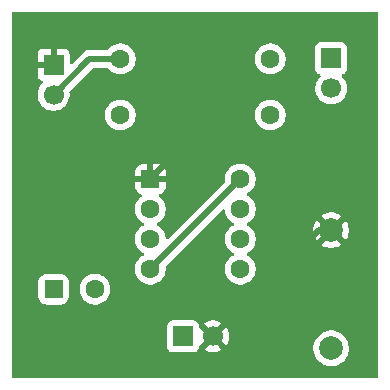
<source format=gbr>
%TF.GenerationSoftware,KiCad,Pcbnew,9.0.7*%
%TF.CreationDate,2026-01-10T14:03:11+05:30*%
%TF.ProjectId,first,66697273-742e-46b6-9963-61645f706362,rev?*%
%TF.SameCoordinates,Original*%
%TF.FileFunction,Copper,L2,Bot*%
%TF.FilePolarity,Positive*%
%FSLAX46Y46*%
G04 Gerber Fmt 4.6, Leading zero omitted, Abs format (unit mm)*
G04 Created by KiCad (PCBNEW 9.0.7) date 2026-01-10 14:03:11*
%MOMM*%
%LPD*%
G01*
G04 APERTURE LIST*
G04 Aperture macros list*
%AMRoundRect*
0 Rectangle with rounded corners*
0 $1 Rounding radius*
0 $2 $3 $4 $5 $6 $7 $8 $9 X,Y pos of 4 corners*
0 Add a 4 corners polygon primitive as box body*
4,1,4,$2,$3,$4,$5,$6,$7,$8,$9,$2,$3,0*
0 Add four circle primitives for the rounded corners*
1,1,$1+$1,$2,$3*
1,1,$1+$1,$4,$5*
1,1,$1+$1,$6,$7*
1,1,$1+$1,$8,$9*
0 Add four rect primitives between the rounded corners*
20,1,$1+$1,$2,$3,$4,$5,0*
20,1,$1+$1,$4,$5,$6,$7,0*
20,1,$1+$1,$6,$7,$8,$9,0*
20,1,$1+$1,$8,$9,$2,$3,0*%
G04 Aperture macros list end*
%TA.AperFunction,ComponentPad*%
%ADD10R,1.700000X1.700000*%
%TD*%
%TA.AperFunction,ComponentPad*%
%ADD11C,1.700000*%
%TD*%
%TA.AperFunction,ComponentPad*%
%ADD12C,1.600000*%
%TD*%
%TA.AperFunction,ComponentPad*%
%ADD13RoundRect,0.250000X-0.550000X-0.550000X0.550000X-0.550000X0.550000X0.550000X-0.550000X0.550000X0*%
%TD*%
%TA.AperFunction,ComponentPad*%
%ADD14C,2.000000*%
%TD*%
%TA.AperFunction,Conductor*%
%ADD15C,0.500000*%
%TD*%
G04 APERTURE END LIST*
D10*
%TO.P,BATTERY,1,1*%
%TO.N,GND*%
X82500000Y-83500000D03*
D11*
%TO.P,BATTERY,2,2*%
%TO.N,VCC*%
X82500000Y-86040000D03*
%TD*%
D10*
%TO.P,SENSE,1,1*%
%TO.N,Net-(R2-Pad2)*%
X106000000Y-82960000D03*
D11*
%TO.P,SENSE,2,2*%
%TO.N,/TR*%
X106000000Y-85500000D03*
%TD*%
D12*
%TO.P,R2,1*%
%TO.N,/DIS*%
X88150000Y-87750000D03*
%TO.P,R2,2*%
%TO.N,Net-(R2-Pad2)*%
X100850000Y-87750000D03*
%TD*%
%TO.P,R1,1*%
%TO.N,VCC*%
X88150000Y-83000000D03*
%TO.P,R1,2*%
%TO.N,/DIS*%
X100850000Y-83000000D03*
%TD*%
%TO.P,C2,2*%
%TO.N,Net-(C2-Pad2)*%
X86000000Y-102500000D03*
D13*
%TO.P,C2,1*%
%TO.N,/OUT*%
X82500000Y-102500000D03*
%TD*%
D11*
%TO.P,BUZZER,2,2*%
%TO.N,GND*%
X96000000Y-106500000D03*
D10*
%TO.P,BUZZER,1,1*%
%TO.N,Net-(C2-Pad2)*%
X93460000Y-106500000D03*
%TD*%
D14*
%TO.P,C1,2*%
%TO.N,GND*%
X106000000Y-97500000D03*
%TO.P,C1,1*%
%TO.N,/TR*%
X106000000Y-107500000D03*
%TD*%
D12*
%TO.P,U1,8,VCC*%
%TO.N,VCC*%
X98315000Y-93190000D03*
%TO.P,U1,7,DISCH*%
%TO.N,/DIS*%
X98315000Y-95730000D03*
%TO.P,U1,6,THRES*%
%TO.N,/TR*%
X98315000Y-98270000D03*
%TO.P,U1,5,CONT*%
%TO.N,unconnected-(U1-CONT-Pad5)*%
X98315000Y-100810000D03*
%TO.P,U1,4,~{RST}*%
%TO.N,VCC*%
X90695000Y-100810000D03*
%TO.P,U1,3,OUT*%
%TO.N,/OUT*%
X90695000Y-98270000D03*
%TO.P,U1,2,TRIG*%
%TO.N,/TR*%
X90695000Y-95730000D03*
D13*
%TO.P,U1,1,GND*%
%TO.N,GND*%
X90695000Y-93190000D03*
%TD*%
D15*
%TO.N,VCC*%
X85540000Y-83000000D02*
X88150000Y-83000000D01*
X82500000Y-86040000D02*
X85540000Y-83000000D01*
X98315000Y-93190000D02*
X90695000Y-100810000D01*
%TO.N,GND*%
X105000000Y-97500000D02*
X106000000Y-97500000D01*
X96000000Y-106500000D02*
X105000000Y-97500000D01*
X100000000Y-91000000D02*
X100000000Y-91500000D01*
X92885000Y-91000000D02*
X100000000Y-91000000D01*
X90695000Y-93190000D02*
X92885000Y-91000000D01*
X100000000Y-91500000D02*
X106000000Y-97500000D01*
%TD*%
%TA.AperFunction,Conductor*%
%TO.N,GND*%
G36*
X109942539Y-79020185D02*
G01*
X109988294Y-79072989D01*
X109999500Y-79124500D01*
X109999500Y-109875500D01*
X109979815Y-109942539D01*
X109927011Y-109988294D01*
X109875500Y-109999500D01*
X79124500Y-109999500D01*
X79057461Y-109979815D01*
X79011706Y-109927011D01*
X79000500Y-109875500D01*
X79000500Y-105602135D01*
X92109500Y-105602135D01*
X92109500Y-107397870D01*
X92109501Y-107397876D01*
X92115908Y-107457483D01*
X92166202Y-107592328D01*
X92166206Y-107592335D01*
X92252452Y-107707544D01*
X92252455Y-107707547D01*
X92367664Y-107793793D01*
X92367671Y-107793797D01*
X92502517Y-107844091D01*
X92502516Y-107844091D01*
X92509444Y-107844835D01*
X92562127Y-107850500D01*
X94357872Y-107850499D01*
X94417483Y-107844091D01*
X94552331Y-107793796D01*
X94667546Y-107707546D01*
X94753796Y-107592331D01*
X94804091Y-107457483D01*
X94810500Y-107397873D01*
X94810499Y-107373979D01*
X94813330Y-107360963D01*
X94823940Y-107341525D01*
X94830179Y-107320275D01*
X94846803Y-107299643D01*
X94846808Y-107299636D01*
X94846811Y-107299634D01*
X94846818Y-107299626D01*
X95517037Y-106629408D01*
X95534075Y-106692993D01*
X95599901Y-106807007D01*
X95692993Y-106900099D01*
X95807007Y-106965925D01*
X95870590Y-106982962D01*
X95238282Y-107615269D01*
X95238282Y-107615270D01*
X95292449Y-107654624D01*
X95481782Y-107751095D01*
X95683870Y-107816757D01*
X95893754Y-107850000D01*
X96106246Y-107850000D01*
X96316127Y-107816757D01*
X96316130Y-107816757D01*
X96518217Y-107751095D01*
X96707554Y-107654622D01*
X96761716Y-107615270D01*
X96761717Y-107615270D01*
X96528349Y-107381902D01*
X104499500Y-107381902D01*
X104499500Y-107618097D01*
X104536446Y-107851368D01*
X104609433Y-108075996D01*
X104716657Y-108286433D01*
X104855483Y-108477510D01*
X105022490Y-108644517D01*
X105213567Y-108783343D01*
X105312991Y-108834002D01*
X105424003Y-108890566D01*
X105424005Y-108890566D01*
X105424008Y-108890568D01*
X105544412Y-108929689D01*
X105648631Y-108963553D01*
X105881903Y-109000500D01*
X105881908Y-109000500D01*
X106118097Y-109000500D01*
X106351368Y-108963553D01*
X106575992Y-108890568D01*
X106786433Y-108783343D01*
X106977510Y-108644517D01*
X107144517Y-108477510D01*
X107283343Y-108286433D01*
X107390568Y-108075992D01*
X107463553Y-107851368D01*
X107472671Y-107793797D01*
X107500500Y-107618097D01*
X107500500Y-107381902D01*
X107463553Y-107148631D01*
X107415259Y-107000000D01*
X107390568Y-106924008D01*
X107390566Y-106924005D01*
X107390566Y-106924003D01*
X107283342Y-106713566D01*
X107268395Y-106692993D01*
X107144517Y-106522490D01*
X106977510Y-106355483D01*
X106786433Y-106216657D01*
X106722089Y-106183872D01*
X106575996Y-106109433D01*
X106351368Y-106036446D01*
X106118097Y-105999500D01*
X106118092Y-105999500D01*
X105881908Y-105999500D01*
X105881903Y-105999500D01*
X105648631Y-106036446D01*
X105424003Y-106109433D01*
X105213566Y-106216657D01*
X105104550Y-106295862D01*
X105022490Y-106355483D01*
X105022488Y-106355485D01*
X105022487Y-106355485D01*
X104855485Y-106522487D01*
X104855485Y-106522488D01*
X104855483Y-106522490D01*
X104795862Y-106604550D01*
X104716657Y-106713566D01*
X104609433Y-106924003D01*
X104536446Y-107148631D01*
X104499500Y-107381902D01*
X96528349Y-107381902D01*
X96129408Y-106982962D01*
X96192993Y-106965925D01*
X96307007Y-106900099D01*
X96400099Y-106807007D01*
X96465925Y-106692993D01*
X96482962Y-106629409D01*
X97115270Y-107261717D01*
X97115270Y-107261716D01*
X97154622Y-107207554D01*
X97251095Y-107018217D01*
X97316757Y-106816130D01*
X97316757Y-106816127D01*
X97350000Y-106606246D01*
X97350000Y-106393753D01*
X97316757Y-106183872D01*
X97316757Y-106183869D01*
X97251095Y-105981782D01*
X97154624Y-105792449D01*
X97115270Y-105738282D01*
X97115269Y-105738282D01*
X96482962Y-106370590D01*
X96465925Y-106307007D01*
X96400099Y-106192993D01*
X96307007Y-106099901D01*
X96192993Y-106034075D01*
X96129409Y-106017037D01*
X96761716Y-105384728D01*
X96707550Y-105345375D01*
X96518217Y-105248904D01*
X96316129Y-105183242D01*
X96106246Y-105150000D01*
X95893754Y-105150000D01*
X95683872Y-105183242D01*
X95683869Y-105183242D01*
X95481782Y-105248904D01*
X95292439Y-105345380D01*
X95238282Y-105384727D01*
X95238282Y-105384728D01*
X95870591Y-106017037D01*
X95807007Y-106034075D01*
X95692993Y-106099901D01*
X95599901Y-106192993D01*
X95534075Y-106307007D01*
X95517037Y-106370591D01*
X94846818Y-105700372D01*
X94813333Y-105639049D01*
X94813330Y-105639036D01*
X94810499Y-105626015D01*
X94810499Y-105602128D01*
X94804091Y-105542517D01*
X94775926Y-105467002D01*
X94753798Y-105407673D01*
X94753793Y-105407664D01*
X94667547Y-105292455D01*
X94667544Y-105292452D01*
X94552335Y-105206206D01*
X94552328Y-105206202D01*
X94417482Y-105155908D01*
X94417483Y-105155908D01*
X94357883Y-105149501D01*
X94357881Y-105149500D01*
X94357873Y-105149500D01*
X94357864Y-105149500D01*
X92562129Y-105149500D01*
X92562123Y-105149501D01*
X92502516Y-105155908D01*
X92367671Y-105206202D01*
X92367664Y-105206206D01*
X92252455Y-105292452D01*
X92252452Y-105292455D01*
X92166206Y-105407664D01*
X92166202Y-105407671D01*
X92115908Y-105542517D01*
X92109501Y-105602116D01*
X92109500Y-105602135D01*
X79000500Y-105602135D01*
X79000500Y-101899983D01*
X81199500Y-101899983D01*
X81199500Y-103100001D01*
X81199501Y-103100018D01*
X81210000Y-103202796D01*
X81210001Y-103202799D01*
X81257856Y-103347213D01*
X81265186Y-103369334D01*
X81357288Y-103518656D01*
X81481344Y-103642712D01*
X81630666Y-103734814D01*
X81797203Y-103789999D01*
X81899991Y-103800500D01*
X83100008Y-103800499D01*
X83202797Y-103789999D01*
X83369334Y-103734814D01*
X83518656Y-103642712D01*
X83642712Y-103518656D01*
X83734814Y-103369334D01*
X83789999Y-103202797D01*
X83800500Y-103100009D01*
X83800499Y-102397648D01*
X84699500Y-102397648D01*
X84699500Y-102602351D01*
X84731522Y-102804534D01*
X84794781Y-102999223D01*
X84887715Y-103181613D01*
X85008028Y-103347213D01*
X85152786Y-103491971D01*
X85307749Y-103604556D01*
X85318390Y-103612287D01*
X85434607Y-103671503D01*
X85500776Y-103705218D01*
X85500778Y-103705218D01*
X85500781Y-103705220D01*
X85591856Y-103734812D01*
X85695465Y-103768477D01*
X85796557Y-103784488D01*
X85897648Y-103800500D01*
X85897649Y-103800500D01*
X86102351Y-103800500D01*
X86102352Y-103800500D01*
X86304534Y-103768477D01*
X86499219Y-103705220D01*
X86681610Y-103612287D01*
X86810482Y-103518657D01*
X86847213Y-103491971D01*
X86847215Y-103491968D01*
X86847219Y-103491966D01*
X86991966Y-103347219D01*
X86991968Y-103347215D01*
X86991971Y-103347213D01*
X87096892Y-103202799D01*
X87112287Y-103181610D01*
X87205220Y-102999219D01*
X87268477Y-102804534D01*
X87300500Y-102602352D01*
X87300500Y-102397648D01*
X87268477Y-102195466D01*
X87205220Y-102000781D01*
X87205218Y-102000778D01*
X87205218Y-102000776D01*
X87153865Y-101899991D01*
X87112287Y-101818390D01*
X87096892Y-101797200D01*
X86991971Y-101652786D01*
X86847213Y-101508028D01*
X86681613Y-101387715D01*
X86681612Y-101387714D01*
X86681610Y-101387713D01*
X86621898Y-101357288D01*
X86499223Y-101294781D01*
X86304534Y-101231522D01*
X86129995Y-101203878D01*
X86102352Y-101199500D01*
X85897648Y-101199500D01*
X85873329Y-101203351D01*
X85695465Y-101231522D01*
X85500776Y-101294781D01*
X85318386Y-101387715D01*
X85152786Y-101508028D01*
X85008028Y-101652786D01*
X84887715Y-101818386D01*
X84794781Y-102000776D01*
X84731522Y-102195465D01*
X84699500Y-102397648D01*
X83800499Y-102397648D01*
X83800499Y-101899992D01*
X83789999Y-101797203D01*
X83734814Y-101630666D01*
X83642712Y-101481344D01*
X83518656Y-101357288D01*
X83369334Y-101265186D01*
X83202797Y-101210001D01*
X83202795Y-101210000D01*
X83100010Y-101199500D01*
X81899998Y-101199500D01*
X81899981Y-101199501D01*
X81797203Y-101210000D01*
X81797200Y-101210001D01*
X81630668Y-101265185D01*
X81630663Y-101265187D01*
X81481342Y-101357289D01*
X81357289Y-101481342D01*
X81265187Y-101630663D01*
X81265186Y-101630666D01*
X81210001Y-101797203D01*
X81210001Y-101797204D01*
X81210000Y-101797204D01*
X81199500Y-101899983D01*
X79000500Y-101899983D01*
X79000500Y-95627648D01*
X89394500Y-95627648D01*
X89394500Y-95832351D01*
X89426522Y-96034534D01*
X89489781Y-96229223D01*
X89582715Y-96411613D01*
X89703028Y-96577213D01*
X89847786Y-96721971D01*
X90002749Y-96834556D01*
X90013390Y-96842287D01*
X90104840Y-96888883D01*
X90106080Y-96889515D01*
X90156876Y-96937490D01*
X90173671Y-97005311D01*
X90151134Y-97071446D01*
X90106080Y-97110485D01*
X90013386Y-97157715D01*
X89847786Y-97278028D01*
X89703028Y-97422786D01*
X89582715Y-97588386D01*
X89489781Y-97770776D01*
X89426522Y-97965465D01*
X89394500Y-98167648D01*
X89394500Y-98372351D01*
X89426522Y-98574534D01*
X89489781Y-98769223D01*
X89582715Y-98951613D01*
X89703028Y-99117213D01*
X89847786Y-99261971D01*
X90002749Y-99374556D01*
X90013390Y-99382287D01*
X90104840Y-99428883D01*
X90106080Y-99429515D01*
X90156876Y-99477490D01*
X90173671Y-99545311D01*
X90151134Y-99611446D01*
X90106080Y-99650485D01*
X90013386Y-99697715D01*
X89847786Y-99818028D01*
X89703028Y-99962786D01*
X89582715Y-100128386D01*
X89489781Y-100310776D01*
X89426522Y-100505465D01*
X89394500Y-100707648D01*
X89394500Y-100912351D01*
X89426522Y-101114534D01*
X89489781Y-101309223D01*
X89553691Y-101434653D01*
X89577482Y-101481344D01*
X89582715Y-101491613D01*
X89703028Y-101657213D01*
X89847786Y-101801971D01*
X90002749Y-101914556D01*
X90013390Y-101922287D01*
X90129607Y-101981503D01*
X90195776Y-102015218D01*
X90195778Y-102015218D01*
X90195781Y-102015220D01*
X90300137Y-102049127D01*
X90390465Y-102078477D01*
X90491557Y-102094488D01*
X90592648Y-102110500D01*
X90592649Y-102110500D01*
X90797351Y-102110500D01*
X90797352Y-102110500D01*
X90999534Y-102078477D01*
X91194219Y-102015220D01*
X91376610Y-101922287D01*
X91469590Y-101854732D01*
X91542213Y-101801971D01*
X91542215Y-101801968D01*
X91542219Y-101801966D01*
X91686966Y-101657219D01*
X91686968Y-101657215D01*
X91686971Y-101657213D01*
X91795354Y-101508034D01*
X91807287Y-101491610D01*
X91900220Y-101309219D01*
X91963477Y-101114534D01*
X91995500Y-100912352D01*
X91995500Y-100707648D01*
X91986681Y-100651971D01*
X91995635Y-100582679D01*
X92021470Y-100544895D01*
X96804067Y-95762298D01*
X96865388Y-95728815D01*
X96935080Y-95733799D01*
X96991013Y-95775671D01*
X97014219Y-95830582D01*
X97046523Y-96034535D01*
X97109781Y-96229223D01*
X97202715Y-96411613D01*
X97323028Y-96577213D01*
X97467786Y-96721971D01*
X97622749Y-96834556D01*
X97633390Y-96842287D01*
X97724840Y-96888883D01*
X97726080Y-96889515D01*
X97776876Y-96937490D01*
X97793671Y-97005311D01*
X97771134Y-97071446D01*
X97726080Y-97110485D01*
X97633386Y-97157715D01*
X97467786Y-97278028D01*
X97323028Y-97422786D01*
X97202715Y-97588386D01*
X97109781Y-97770776D01*
X97046522Y-97965465D01*
X97014500Y-98167648D01*
X97014500Y-98372351D01*
X97046522Y-98574534D01*
X97109781Y-98769223D01*
X97202715Y-98951613D01*
X97323028Y-99117213D01*
X97467786Y-99261971D01*
X97622749Y-99374556D01*
X97633390Y-99382287D01*
X97724840Y-99428883D01*
X97726080Y-99429515D01*
X97776876Y-99477490D01*
X97793671Y-99545311D01*
X97771134Y-99611446D01*
X97726080Y-99650485D01*
X97633386Y-99697715D01*
X97467786Y-99818028D01*
X97323028Y-99962786D01*
X97202715Y-100128386D01*
X97109781Y-100310776D01*
X97046522Y-100505465D01*
X97014500Y-100707648D01*
X97014500Y-100912351D01*
X97046522Y-101114534D01*
X97109781Y-101309223D01*
X97173691Y-101434653D01*
X97197482Y-101481344D01*
X97202715Y-101491613D01*
X97323028Y-101657213D01*
X97467786Y-101801971D01*
X97622749Y-101914556D01*
X97633390Y-101922287D01*
X97749607Y-101981503D01*
X97815776Y-102015218D01*
X97815778Y-102015218D01*
X97815781Y-102015220D01*
X97920137Y-102049127D01*
X98010465Y-102078477D01*
X98111557Y-102094488D01*
X98212648Y-102110500D01*
X98212649Y-102110500D01*
X98417351Y-102110500D01*
X98417352Y-102110500D01*
X98619534Y-102078477D01*
X98814219Y-102015220D01*
X98996610Y-101922287D01*
X99089590Y-101854732D01*
X99162213Y-101801971D01*
X99162215Y-101801968D01*
X99162219Y-101801966D01*
X99306966Y-101657219D01*
X99306968Y-101657215D01*
X99306971Y-101657213D01*
X99415354Y-101508034D01*
X99427287Y-101491610D01*
X99520220Y-101309219D01*
X99583477Y-101114534D01*
X99615500Y-100912352D01*
X99615500Y-100707648D01*
X99583477Y-100505466D01*
X99520220Y-100310781D01*
X99520218Y-100310778D01*
X99520218Y-100310776D01*
X99486503Y-100244607D01*
X99427287Y-100128390D01*
X99419556Y-100117749D01*
X99306971Y-99962786D01*
X99162213Y-99818028D01*
X98996614Y-99697715D01*
X98990006Y-99694348D01*
X98903917Y-99650483D01*
X98853123Y-99602511D01*
X98836328Y-99534690D01*
X98858865Y-99468555D01*
X98903917Y-99429516D01*
X98996610Y-99382287D01*
X99017770Y-99366913D01*
X99162213Y-99261971D01*
X99162215Y-99261968D01*
X99162219Y-99261966D01*
X99306966Y-99117219D01*
X99306968Y-99117215D01*
X99306971Y-99117213D01*
X99392130Y-99000000D01*
X99427287Y-98951610D01*
X99520220Y-98769219D01*
X99583477Y-98574534D01*
X99615500Y-98372352D01*
X99615500Y-98167648D01*
X99583477Y-97965466D01*
X99520220Y-97770781D01*
X99520218Y-97770778D01*
X99520218Y-97770776D01*
X99480585Y-97692993D01*
X99427287Y-97588390D01*
X99363069Y-97500001D01*
X99326713Y-97449960D01*
X99326712Y-97449959D01*
X99306969Y-97422784D01*
X99266132Y-97381947D01*
X104500000Y-97381947D01*
X104500000Y-97618052D01*
X104536934Y-97851247D01*
X104609897Y-98075802D01*
X104717087Y-98286174D01*
X104777338Y-98369104D01*
X104777340Y-98369105D01*
X105517037Y-97629408D01*
X105534075Y-97692993D01*
X105599901Y-97807007D01*
X105692993Y-97900099D01*
X105807007Y-97965925D01*
X105870590Y-97982962D01*
X105130893Y-98722658D01*
X105213828Y-98782914D01*
X105424197Y-98890102D01*
X105648752Y-98963065D01*
X105648751Y-98963065D01*
X105881948Y-99000000D01*
X106118052Y-99000000D01*
X106351247Y-98963065D01*
X106575802Y-98890102D01*
X106786163Y-98782918D01*
X106786169Y-98782914D01*
X106869104Y-98722658D01*
X106869105Y-98722658D01*
X106129408Y-97982962D01*
X106192993Y-97965925D01*
X106307007Y-97900099D01*
X106400099Y-97807007D01*
X106465925Y-97692993D01*
X106482962Y-97629409D01*
X107222658Y-98369105D01*
X107222658Y-98369104D01*
X107282914Y-98286169D01*
X107282918Y-98286163D01*
X107390102Y-98075802D01*
X107463065Y-97851247D01*
X107500000Y-97618052D01*
X107500000Y-97381947D01*
X107463065Y-97148752D01*
X107390102Y-96924197D01*
X107282914Y-96713828D01*
X107222658Y-96630894D01*
X107222658Y-96630893D01*
X106482962Y-97370590D01*
X106465925Y-97307007D01*
X106400099Y-97192993D01*
X106307007Y-97099901D01*
X106192993Y-97034075D01*
X106129409Y-97017037D01*
X106869105Y-96277340D01*
X106869104Y-96277338D01*
X106786174Y-96217087D01*
X106575802Y-96109897D01*
X106351247Y-96036934D01*
X106351248Y-96036934D01*
X106118052Y-96000000D01*
X105881948Y-96000000D01*
X105648752Y-96036934D01*
X105424197Y-96109897D01*
X105213830Y-96217084D01*
X105130894Y-96277340D01*
X105870591Y-97017037D01*
X105807007Y-97034075D01*
X105692993Y-97099901D01*
X105599901Y-97192993D01*
X105534075Y-97307007D01*
X105517037Y-97370591D01*
X104777340Y-96630894D01*
X104717084Y-96713830D01*
X104609897Y-96924197D01*
X104536934Y-97148752D01*
X104500000Y-97381947D01*
X99266132Y-97381947D01*
X99162213Y-97278028D01*
X98996614Y-97157715D01*
X98974497Y-97146446D01*
X98903917Y-97110483D01*
X98853123Y-97062511D01*
X98836328Y-96994690D01*
X98858865Y-96928555D01*
X98903917Y-96889516D01*
X98996610Y-96842287D01*
X99017770Y-96826913D01*
X99162213Y-96721971D01*
X99162215Y-96721968D01*
X99162219Y-96721966D01*
X99306966Y-96577219D01*
X99306968Y-96577215D01*
X99306971Y-96577213D01*
X99427284Y-96411614D01*
X99427285Y-96411613D01*
X99427287Y-96411610D01*
X99520220Y-96229219D01*
X99583477Y-96034534D01*
X99615500Y-95832352D01*
X99615500Y-95627648D01*
X99583477Y-95425466D01*
X99520220Y-95230781D01*
X99520218Y-95230778D01*
X99520218Y-95230776D01*
X99486503Y-95164607D01*
X99427287Y-95048390D01*
X99419556Y-95037749D01*
X99306971Y-94882786D01*
X99162213Y-94738028D01*
X98996614Y-94617715D01*
X98989884Y-94614286D01*
X98903917Y-94570483D01*
X98853123Y-94522511D01*
X98836328Y-94454690D01*
X98858865Y-94388555D01*
X98903917Y-94349516D01*
X98996610Y-94302287D01*
X99017770Y-94286913D01*
X99162213Y-94181971D01*
X99162215Y-94181968D01*
X99162219Y-94181966D01*
X99306966Y-94037219D01*
X99306968Y-94037215D01*
X99306971Y-94037213D01*
X99359732Y-93964590D01*
X99427287Y-93871610D01*
X99520220Y-93689219D01*
X99583477Y-93494534D01*
X99615500Y-93292352D01*
X99615500Y-93087648D01*
X99607257Y-93035606D01*
X99583477Y-92885465D01*
X99520218Y-92690776D01*
X99486503Y-92624607D01*
X99427287Y-92508390D01*
X99411966Y-92487302D01*
X99306971Y-92342786D01*
X99162213Y-92198028D01*
X98996613Y-92077715D01*
X98996612Y-92077714D01*
X98996610Y-92077713D01*
X98937675Y-92047684D01*
X98814223Y-91984781D01*
X98619534Y-91921522D01*
X98444995Y-91893878D01*
X98417352Y-91889500D01*
X98212648Y-91889500D01*
X98188329Y-91893351D01*
X98010465Y-91921522D01*
X97815776Y-91984781D01*
X97633386Y-92077715D01*
X97467786Y-92198028D01*
X97323028Y-92342786D01*
X97202715Y-92508386D01*
X97109781Y-92690776D01*
X97046522Y-92885465D01*
X97014500Y-93087648D01*
X97014500Y-93292351D01*
X97023318Y-93348026D01*
X97014363Y-93417320D01*
X96988526Y-93455105D01*
X92205933Y-98237697D01*
X92144610Y-98271182D01*
X92074918Y-98266198D01*
X92018985Y-98224326D01*
X91995779Y-98169414D01*
X91995500Y-98167652D01*
X91995500Y-98167648D01*
X91963477Y-97965466D01*
X91900220Y-97770781D01*
X91900218Y-97770778D01*
X91900218Y-97770776D01*
X91860585Y-97692993D01*
X91807287Y-97588390D01*
X91799556Y-97577749D01*
X91686971Y-97422786D01*
X91542213Y-97278028D01*
X91376614Y-97157715D01*
X91354497Y-97146446D01*
X91283917Y-97110483D01*
X91233123Y-97062511D01*
X91216328Y-96994690D01*
X91238865Y-96928555D01*
X91283917Y-96889516D01*
X91376610Y-96842287D01*
X91397770Y-96826913D01*
X91542213Y-96721971D01*
X91542215Y-96721968D01*
X91542219Y-96721966D01*
X91686966Y-96577219D01*
X91686968Y-96577215D01*
X91686971Y-96577213D01*
X91739732Y-96504590D01*
X91807287Y-96411610D01*
X91900220Y-96229219D01*
X91963477Y-96034534D01*
X91995500Y-95832352D01*
X91995500Y-95627648D01*
X91963477Y-95425466D01*
X91900220Y-95230781D01*
X91900218Y-95230778D01*
X91900218Y-95230776D01*
X91866503Y-95164607D01*
X91807287Y-95048390D01*
X91799556Y-95037749D01*
X91686971Y-94882786D01*
X91542217Y-94738032D01*
X91542212Y-94738028D01*
X91448051Y-94669616D01*
X91405385Y-94614286D01*
X91399406Y-94544673D01*
X91432012Y-94482878D01*
X91481933Y-94451592D01*
X91564117Y-94424359D01*
X91564124Y-94424356D01*
X91713345Y-94332315D01*
X91837315Y-94208345D01*
X91929356Y-94059124D01*
X91929358Y-94059119D01*
X91984505Y-93892697D01*
X91984506Y-93892690D01*
X91994999Y-93789986D01*
X91995000Y-93789973D01*
X91995000Y-93440000D01*
X91010686Y-93440000D01*
X91015080Y-93435606D01*
X91067741Y-93344394D01*
X91095000Y-93242661D01*
X91095000Y-93137339D01*
X91067741Y-93035606D01*
X91015080Y-92944394D01*
X91010686Y-92940000D01*
X91994999Y-92940000D01*
X91994999Y-92590028D01*
X91994998Y-92590013D01*
X91984505Y-92487302D01*
X91929358Y-92320880D01*
X91929356Y-92320875D01*
X91837315Y-92171654D01*
X91713345Y-92047684D01*
X91564124Y-91955643D01*
X91564119Y-91955641D01*
X91397697Y-91900494D01*
X91397690Y-91900493D01*
X91294986Y-91890000D01*
X90945000Y-91890000D01*
X90945000Y-92874314D01*
X90940606Y-92869920D01*
X90849394Y-92817259D01*
X90747661Y-92790000D01*
X90642339Y-92790000D01*
X90540606Y-92817259D01*
X90449394Y-92869920D01*
X90445000Y-92874314D01*
X90445000Y-91890000D01*
X90095028Y-91890000D01*
X90095012Y-91890001D01*
X89992302Y-91900494D01*
X89825880Y-91955641D01*
X89825875Y-91955643D01*
X89676654Y-92047684D01*
X89552684Y-92171654D01*
X89460643Y-92320875D01*
X89460641Y-92320880D01*
X89405494Y-92487302D01*
X89405493Y-92487309D01*
X89395000Y-92590013D01*
X89395000Y-92940000D01*
X90379314Y-92940000D01*
X90374920Y-92944394D01*
X90322259Y-93035606D01*
X90295000Y-93137339D01*
X90295000Y-93242661D01*
X90322259Y-93344394D01*
X90374920Y-93435606D01*
X90379314Y-93440000D01*
X89395001Y-93440000D01*
X89395001Y-93789986D01*
X89405494Y-93892697D01*
X89460641Y-94059119D01*
X89460643Y-94059124D01*
X89552684Y-94208345D01*
X89676654Y-94332315D01*
X89825875Y-94424356D01*
X89825882Y-94424359D01*
X89908067Y-94451592D01*
X89965512Y-94491364D01*
X89992336Y-94555880D01*
X89980021Y-94624656D01*
X89941949Y-94669616D01*
X89847787Y-94738028D01*
X89847782Y-94738032D01*
X89703028Y-94882786D01*
X89582715Y-95048386D01*
X89489781Y-95230776D01*
X89426522Y-95425465D01*
X89394500Y-95627648D01*
X79000500Y-95627648D01*
X79000500Y-87647648D01*
X86849500Y-87647648D01*
X86849500Y-87852351D01*
X86881522Y-88054534D01*
X86944781Y-88249223D01*
X87037715Y-88431613D01*
X87158028Y-88597213D01*
X87302786Y-88741971D01*
X87457749Y-88854556D01*
X87468390Y-88862287D01*
X87584607Y-88921503D01*
X87650776Y-88955218D01*
X87650778Y-88955218D01*
X87650781Y-88955220D01*
X87755137Y-88989127D01*
X87845465Y-89018477D01*
X87946557Y-89034488D01*
X88047648Y-89050500D01*
X88047649Y-89050500D01*
X88252351Y-89050500D01*
X88252352Y-89050500D01*
X88454534Y-89018477D01*
X88649219Y-88955220D01*
X88831610Y-88862287D01*
X88924590Y-88794732D01*
X88997213Y-88741971D01*
X88997215Y-88741968D01*
X88997219Y-88741966D01*
X89141966Y-88597219D01*
X89141968Y-88597215D01*
X89141971Y-88597213D01*
X89194732Y-88524590D01*
X89262287Y-88431610D01*
X89355220Y-88249219D01*
X89418477Y-88054534D01*
X89450500Y-87852352D01*
X89450500Y-87647648D01*
X99549500Y-87647648D01*
X99549500Y-87852351D01*
X99581522Y-88054534D01*
X99644781Y-88249223D01*
X99737715Y-88431613D01*
X99858028Y-88597213D01*
X100002786Y-88741971D01*
X100157749Y-88854556D01*
X100168390Y-88862287D01*
X100284607Y-88921503D01*
X100350776Y-88955218D01*
X100350778Y-88955218D01*
X100350781Y-88955220D01*
X100455137Y-88989127D01*
X100545465Y-89018477D01*
X100646557Y-89034488D01*
X100747648Y-89050500D01*
X100747649Y-89050500D01*
X100952351Y-89050500D01*
X100952352Y-89050500D01*
X101154534Y-89018477D01*
X101349219Y-88955220D01*
X101531610Y-88862287D01*
X101624590Y-88794732D01*
X101697213Y-88741971D01*
X101697215Y-88741968D01*
X101697219Y-88741966D01*
X101841966Y-88597219D01*
X101841968Y-88597215D01*
X101841971Y-88597213D01*
X101894732Y-88524590D01*
X101962287Y-88431610D01*
X102055220Y-88249219D01*
X102118477Y-88054534D01*
X102150500Y-87852352D01*
X102150500Y-87647648D01*
X102118477Y-87445466D01*
X102100617Y-87390500D01*
X102055218Y-87250776D01*
X102021503Y-87184607D01*
X101962287Y-87068390D01*
X101954556Y-87057749D01*
X101841971Y-86902786D01*
X101697213Y-86758028D01*
X101531613Y-86637715D01*
X101531612Y-86637714D01*
X101531610Y-86637713D01*
X101474653Y-86608691D01*
X101349223Y-86544781D01*
X101154534Y-86481522D01*
X100979995Y-86453878D01*
X100952352Y-86449500D01*
X100747648Y-86449500D01*
X100723329Y-86453351D01*
X100545465Y-86481522D01*
X100350776Y-86544781D01*
X100168386Y-86637715D01*
X100002786Y-86758028D01*
X99858028Y-86902786D01*
X99737715Y-87068386D01*
X99644781Y-87250776D01*
X99581522Y-87445465D01*
X99549500Y-87647648D01*
X89450500Y-87647648D01*
X89418477Y-87445466D01*
X89400617Y-87390500D01*
X89355218Y-87250776D01*
X89321503Y-87184607D01*
X89262287Y-87068390D01*
X89254556Y-87057749D01*
X89141971Y-86902786D01*
X88997213Y-86758028D01*
X88831613Y-86637715D01*
X88831612Y-86637714D01*
X88831610Y-86637713D01*
X88774653Y-86608691D01*
X88649223Y-86544781D01*
X88454534Y-86481522D01*
X88279995Y-86453878D01*
X88252352Y-86449500D01*
X88047648Y-86449500D01*
X88023329Y-86453351D01*
X87845465Y-86481522D01*
X87650776Y-86544781D01*
X87468386Y-86637715D01*
X87302786Y-86758028D01*
X87158028Y-86902786D01*
X87037715Y-87068386D01*
X86944781Y-87250776D01*
X86881522Y-87445465D01*
X86849500Y-87647648D01*
X79000500Y-87647648D01*
X79000500Y-85933713D01*
X81149500Y-85933713D01*
X81149500Y-86146287D01*
X81182754Y-86356243D01*
X81213055Y-86449500D01*
X81248444Y-86558414D01*
X81344951Y-86747820D01*
X81469890Y-86919786D01*
X81620213Y-87070109D01*
X81792179Y-87195048D01*
X81792181Y-87195049D01*
X81792184Y-87195051D01*
X81981588Y-87291557D01*
X82183757Y-87357246D01*
X82393713Y-87390500D01*
X82393714Y-87390500D01*
X82606286Y-87390500D01*
X82606287Y-87390500D01*
X82816243Y-87357246D01*
X83018412Y-87291557D01*
X83207816Y-87195051D01*
X83229789Y-87179086D01*
X83379786Y-87070109D01*
X83379788Y-87070106D01*
X83379792Y-87070104D01*
X83530104Y-86919792D01*
X83530106Y-86919788D01*
X83530109Y-86919786D01*
X83655048Y-86747820D01*
X83655047Y-86747820D01*
X83655051Y-86747816D01*
X83751557Y-86558412D01*
X83817246Y-86356243D01*
X83850500Y-86146287D01*
X83850500Y-85933713D01*
X83835382Y-85838268D01*
X83844336Y-85768979D01*
X83870171Y-85731195D01*
X85814548Y-83786819D01*
X85875871Y-83753334D01*
X85902229Y-83750500D01*
X87024582Y-83750500D01*
X87091621Y-83770185D01*
X87124900Y-83801615D01*
X87158028Y-83847212D01*
X87158032Y-83847217D01*
X87302786Y-83991971D01*
X87385872Y-84052335D01*
X87468390Y-84112287D01*
X87576838Y-84167544D01*
X87650776Y-84205218D01*
X87650778Y-84205218D01*
X87650781Y-84205220D01*
X87755137Y-84239127D01*
X87845465Y-84268477D01*
X87946557Y-84284488D01*
X88047648Y-84300500D01*
X88047649Y-84300500D01*
X88252351Y-84300500D01*
X88252352Y-84300500D01*
X88454534Y-84268477D01*
X88649219Y-84205220D01*
X88831610Y-84112287D01*
X88924590Y-84044732D01*
X88997213Y-83991971D01*
X88997215Y-83991968D01*
X88997219Y-83991966D01*
X89141966Y-83847219D01*
X89141968Y-83847215D01*
X89141971Y-83847213D01*
X89212599Y-83750000D01*
X89262287Y-83681610D01*
X89355220Y-83499219D01*
X89418477Y-83304534D01*
X89450500Y-83102352D01*
X89450500Y-82897648D01*
X99549500Y-82897648D01*
X99549500Y-83102351D01*
X99581522Y-83304534D01*
X99644781Y-83499223D01*
X99737715Y-83681613D01*
X99858028Y-83847213D01*
X100002786Y-83991971D01*
X100085872Y-84052335D01*
X100168390Y-84112287D01*
X100276838Y-84167544D01*
X100350776Y-84205218D01*
X100350778Y-84205218D01*
X100350781Y-84205220D01*
X100455137Y-84239127D01*
X100545465Y-84268477D01*
X100646557Y-84284488D01*
X100747648Y-84300500D01*
X100747649Y-84300500D01*
X100952351Y-84300500D01*
X100952352Y-84300500D01*
X101154534Y-84268477D01*
X101349219Y-84205220D01*
X101531610Y-84112287D01*
X101624590Y-84044732D01*
X101697213Y-83991971D01*
X101697215Y-83991968D01*
X101697219Y-83991966D01*
X101841966Y-83847219D01*
X101841968Y-83847215D01*
X101841971Y-83847213D01*
X101912599Y-83750000D01*
X101962287Y-83681610D01*
X102055220Y-83499219D01*
X102118477Y-83304534D01*
X102150500Y-83102352D01*
X102150500Y-82897648D01*
X102118477Y-82695466D01*
X102055220Y-82500781D01*
X102055218Y-82500778D01*
X102055218Y-82500776D01*
X102007898Y-82407906D01*
X101962287Y-82318390D01*
X101943704Y-82292812D01*
X101841971Y-82152786D01*
X101751320Y-82062135D01*
X104649500Y-82062135D01*
X104649500Y-83857870D01*
X104649501Y-83857876D01*
X104655908Y-83917483D01*
X104706202Y-84052328D01*
X104706206Y-84052335D01*
X104792452Y-84167544D01*
X104792455Y-84167547D01*
X104907664Y-84253793D01*
X104907671Y-84253797D01*
X105039082Y-84302810D01*
X105095016Y-84344681D01*
X105119433Y-84410145D01*
X105104582Y-84478418D01*
X105083431Y-84506673D01*
X104969889Y-84620215D01*
X104844951Y-84792179D01*
X104748444Y-84981585D01*
X104682753Y-85183760D01*
X104649500Y-85393713D01*
X104649500Y-85606286D01*
X104668105Y-85723757D01*
X104682754Y-85816243D01*
X104720922Y-85933713D01*
X104748444Y-86018414D01*
X104844951Y-86207820D01*
X104969890Y-86379786D01*
X105120213Y-86530109D01*
X105292179Y-86655048D01*
X105292181Y-86655049D01*
X105292184Y-86655051D01*
X105481588Y-86751557D01*
X105683757Y-86817246D01*
X105893713Y-86850500D01*
X105893714Y-86850500D01*
X106106286Y-86850500D01*
X106106287Y-86850500D01*
X106316243Y-86817246D01*
X106518412Y-86751557D01*
X106707816Y-86655051D01*
X106731680Y-86637713D01*
X106879786Y-86530109D01*
X106879788Y-86530106D01*
X106879792Y-86530104D01*
X107030104Y-86379792D01*
X107030106Y-86379788D01*
X107030109Y-86379786D01*
X107155048Y-86207820D01*
X107155047Y-86207820D01*
X107155051Y-86207816D01*
X107251557Y-86018412D01*
X107317246Y-85816243D01*
X107350500Y-85606287D01*
X107350500Y-85393713D01*
X107317246Y-85183757D01*
X107251557Y-84981588D01*
X107155051Y-84792184D01*
X107155049Y-84792181D01*
X107155048Y-84792179D01*
X107030109Y-84620213D01*
X106916569Y-84506673D01*
X106883084Y-84445350D01*
X106888068Y-84375658D01*
X106929940Y-84319725D01*
X106960915Y-84302810D01*
X107092331Y-84253796D01*
X107207546Y-84167546D01*
X107293796Y-84052331D01*
X107344091Y-83917483D01*
X107350500Y-83857873D01*
X107350499Y-82062128D01*
X107344091Y-82002517D01*
X107293796Y-81867669D01*
X107293795Y-81867668D01*
X107293793Y-81867664D01*
X107207547Y-81752455D01*
X107207544Y-81752452D01*
X107092335Y-81666206D01*
X107092328Y-81666202D01*
X106957482Y-81615908D01*
X106957483Y-81615908D01*
X106897883Y-81609501D01*
X106897881Y-81609500D01*
X106897873Y-81609500D01*
X106897864Y-81609500D01*
X105102129Y-81609500D01*
X105102123Y-81609501D01*
X105042516Y-81615908D01*
X104907671Y-81666202D01*
X104907664Y-81666206D01*
X104792455Y-81752452D01*
X104792452Y-81752455D01*
X104706206Y-81867664D01*
X104706202Y-81867671D01*
X104655908Y-82002517D01*
X104649501Y-82062116D01*
X104649501Y-82062123D01*
X104649500Y-82062135D01*
X101751320Y-82062135D01*
X101697213Y-82008028D01*
X101531613Y-81887715D01*
X101531612Y-81887714D01*
X101531610Y-81887713D01*
X101474653Y-81858691D01*
X101349223Y-81794781D01*
X101154534Y-81731522D01*
X100979995Y-81703878D01*
X100952352Y-81699500D01*
X100747648Y-81699500D01*
X100723329Y-81703351D01*
X100545465Y-81731522D01*
X100350776Y-81794781D01*
X100168386Y-81887715D01*
X100002786Y-82008028D01*
X99858028Y-82152786D01*
X99737715Y-82318386D01*
X99644781Y-82500776D01*
X99581522Y-82695465D01*
X99549500Y-82897648D01*
X89450500Y-82897648D01*
X89418477Y-82695466D01*
X89355220Y-82500781D01*
X89355218Y-82500778D01*
X89355218Y-82500776D01*
X89307898Y-82407906D01*
X89262287Y-82318390D01*
X89243704Y-82292812D01*
X89141971Y-82152786D01*
X88997213Y-82008028D01*
X88831613Y-81887715D01*
X88831612Y-81887714D01*
X88831610Y-81887713D01*
X88774653Y-81858691D01*
X88649223Y-81794781D01*
X88454534Y-81731522D01*
X88279995Y-81703878D01*
X88252352Y-81699500D01*
X88047648Y-81699500D01*
X88023329Y-81703351D01*
X87845465Y-81731522D01*
X87650776Y-81794781D01*
X87468386Y-81887715D01*
X87302786Y-82008028D01*
X87158032Y-82152782D01*
X87158028Y-82152787D01*
X87124900Y-82198385D01*
X87069571Y-82241051D01*
X87024582Y-82249500D01*
X85466080Y-82249500D01*
X85321092Y-82278340D01*
X85321082Y-82278343D01*
X85184511Y-82334912D01*
X85184498Y-82334919D01*
X85061584Y-82417048D01*
X85061580Y-82417051D01*
X84061681Y-83416950D01*
X84000358Y-83450435D01*
X83930666Y-83445451D01*
X83874733Y-83403579D01*
X83850316Y-83338115D01*
X83850000Y-83329269D01*
X83850000Y-82602172D01*
X83849999Y-82602155D01*
X83843598Y-82542627D01*
X83843596Y-82542620D01*
X83793354Y-82407913D01*
X83793350Y-82407906D01*
X83707190Y-82292812D01*
X83707187Y-82292809D01*
X83592093Y-82206649D01*
X83592086Y-82206645D01*
X83457379Y-82156403D01*
X83457372Y-82156401D01*
X83397844Y-82150000D01*
X82750000Y-82150000D01*
X82750000Y-83066988D01*
X82692993Y-83034075D01*
X82565826Y-83000000D01*
X82434174Y-83000000D01*
X82307007Y-83034075D01*
X82250000Y-83066988D01*
X82250000Y-82150000D01*
X81602155Y-82150000D01*
X81542627Y-82156401D01*
X81542620Y-82156403D01*
X81407913Y-82206645D01*
X81407906Y-82206649D01*
X81292812Y-82292809D01*
X81292809Y-82292812D01*
X81206649Y-82407906D01*
X81206645Y-82407913D01*
X81156403Y-82542620D01*
X81156401Y-82542627D01*
X81150000Y-82602155D01*
X81150000Y-83250000D01*
X82066988Y-83250000D01*
X82034075Y-83307007D01*
X82000000Y-83434174D01*
X82000000Y-83565826D01*
X82034075Y-83692993D01*
X82066988Y-83750000D01*
X81150000Y-83750000D01*
X81150000Y-84397844D01*
X81156401Y-84457372D01*
X81156403Y-84457379D01*
X81206645Y-84592086D01*
X81206649Y-84592093D01*
X81292809Y-84707187D01*
X81292812Y-84707190D01*
X81407906Y-84793350D01*
X81407913Y-84793354D01*
X81539470Y-84842422D01*
X81595404Y-84884293D01*
X81619821Y-84949758D01*
X81604969Y-85018031D01*
X81583819Y-85046285D01*
X81469889Y-85160215D01*
X81344951Y-85332179D01*
X81248444Y-85521585D01*
X81248443Y-85521587D01*
X81248443Y-85521588D01*
X81215598Y-85622672D01*
X81182753Y-85723760D01*
X81164616Y-85838272D01*
X81149500Y-85933713D01*
X79000500Y-85933713D01*
X79000500Y-79124500D01*
X79020185Y-79057461D01*
X79072989Y-79011706D01*
X79124500Y-79000500D01*
X109875500Y-79000500D01*
X109942539Y-79020185D01*
G37*
%TD.AperFunction*%
%TD*%
M02*

</source>
